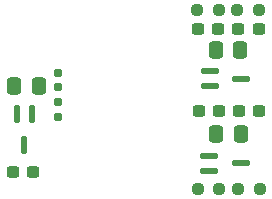
<source format=gbr>
%TF.GenerationSoftware,KiCad,Pcbnew,8.0.5*%
%TF.CreationDate,2024-10-12T09:39:11-04:00*%
%TF.ProjectId,preamp,70726561-6d70-42e6-9b69-6361645f7063,rev?*%
%TF.SameCoordinates,Original*%
%TF.FileFunction,Paste,Top*%
%TF.FilePolarity,Positive*%
%FSLAX46Y46*%
G04 Gerber Fmt 4.6, Leading zero omitted, Abs format (unit mm)*
G04 Created by KiCad (PCBNEW 8.0.5) date 2024-10-12 09:39:11*
%MOMM*%
%LPD*%
G01*
G04 APERTURE LIST*
G04 Aperture macros list*
%AMRoundRect*
0 Rectangle with rounded corners*
0 $1 Rounding radius*
0 $2 $3 $4 $5 $6 $7 $8 $9 X,Y pos of 4 corners*
0 Add a 4 corners polygon primitive as box body*
4,1,4,$2,$3,$4,$5,$6,$7,$8,$9,$2,$3,0*
0 Add four circle primitives for the rounded corners*
1,1,$1+$1,$2,$3*
1,1,$1+$1,$4,$5*
1,1,$1+$1,$6,$7*
1,1,$1+$1,$8,$9*
0 Add four rect primitives between the rounded corners*
20,1,$1+$1,$2,$3,$4,$5,0*
20,1,$1+$1,$4,$5,$6,$7,0*
20,1,$1+$1,$6,$7,$8,$9,0*
20,1,$1+$1,$8,$9,$2,$3,0*%
G04 Aperture macros list end*
%ADD10RoundRect,0.112500X-0.637500X0.112500X-0.637500X-0.112500X0.637500X-0.112500X0.637500X0.112500X0*%
%ADD11RoundRect,0.237500X0.300000X0.237500X-0.300000X0.237500X-0.300000X-0.237500X0.300000X-0.237500X0*%
%ADD12RoundRect,0.160000X-0.160000X0.197500X-0.160000X-0.197500X0.160000X-0.197500X0.160000X0.197500X0*%
%ADD13RoundRect,0.237500X0.250000X0.237500X-0.250000X0.237500X-0.250000X-0.237500X0.250000X-0.237500X0*%
%ADD14RoundRect,0.160000X0.160000X-0.197500X0.160000X0.197500X-0.160000X0.197500X-0.160000X-0.197500X0*%
%ADD15RoundRect,0.250000X0.337500X0.475000X-0.337500X0.475000X-0.337500X-0.475000X0.337500X-0.475000X0*%
%ADD16RoundRect,0.112500X0.112500X0.637500X-0.112500X0.637500X-0.112500X-0.637500X0.112500X-0.637500X0*%
%ADD17RoundRect,0.250000X-0.337500X-0.475000X0.337500X-0.475000X0.337500X0.475000X-0.337500X0.475000X0*%
G04 APERTURE END LIST*
D10*
%TO.C,Q4*%
X112070000Y-79450000D03*
X112070000Y-80750000D03*
X114730000Y-80100000D03*
%TD*%
D11*
%TO.C,R2*%
X116262500Y-82850000D03*
X114537500Y-82850000D03*
%TD*%
D12*
%TO.C,R7*%
X99250000Y-79605000D03*
X99250000Y-80800000D03*
%TD*%
D13*
%TO.C,R4*%
X112862500Y-89400000D03*
X111037500Y-89400000D03*
%TD*%
D10*
%TO.C,Q1*%
X112020000Y-86600000D03*
X112020000Y-87900000D03*
X114680000Y-87250000D03*
%TD*%
D14*
%TO.C,R5*%
X99250000Y-83297500D03*
X99250000Y-82102500D03*
%TD*%
D15*
%TO.C,C5*%
X114637500Y-77700000D03*
X112562500Y-77700000D03*
%TD*%
%TO.C,C1*%
X114687500Y-84750000D03*
X112612500Y-84750000D03*
%TD*%
D16*
%TO.C,Q3*%
X97000000Y-83070000D03*
X95700000Y-83070000D03*
X96350000Y-85730000D03*
%TD*%
D11*
%TO.C,R6*%
X97112500Y-87950000D03*
X95387500Y-87950000D03*
%TD*%
%TO.C,R11*%
X116200000Y-75900000D03*
X114475000Y-75900000D03*
%TD*%
D13*
%TO.C,R3*%
X116312500Y-89400000D03*
X114487500Y-89400000D03*
%TD*%
%TO.C,R10*%
X112812500Y-74300000D03*
X110987500Y-74300000D03*
%TD*%
D11*
%TO.C,R1*%
X112862500Y-82850000D03*
X111137500Y-82850000D03*
%TD*%
D13*
%TO.C,R9*%
X116212500Y-74300000D03*
X114387500Y-74300000D03*
%TD*%
D11*
%TO.C,R12*%
X112762500Y-75900000D03*
X111037500Y-75900000D03*
%TD*%
D17*
%TO.C,R8*%
X95512500Y-80700000D03*
X97587500Y-80700000D03*
%TD*%
M02*

</source>
